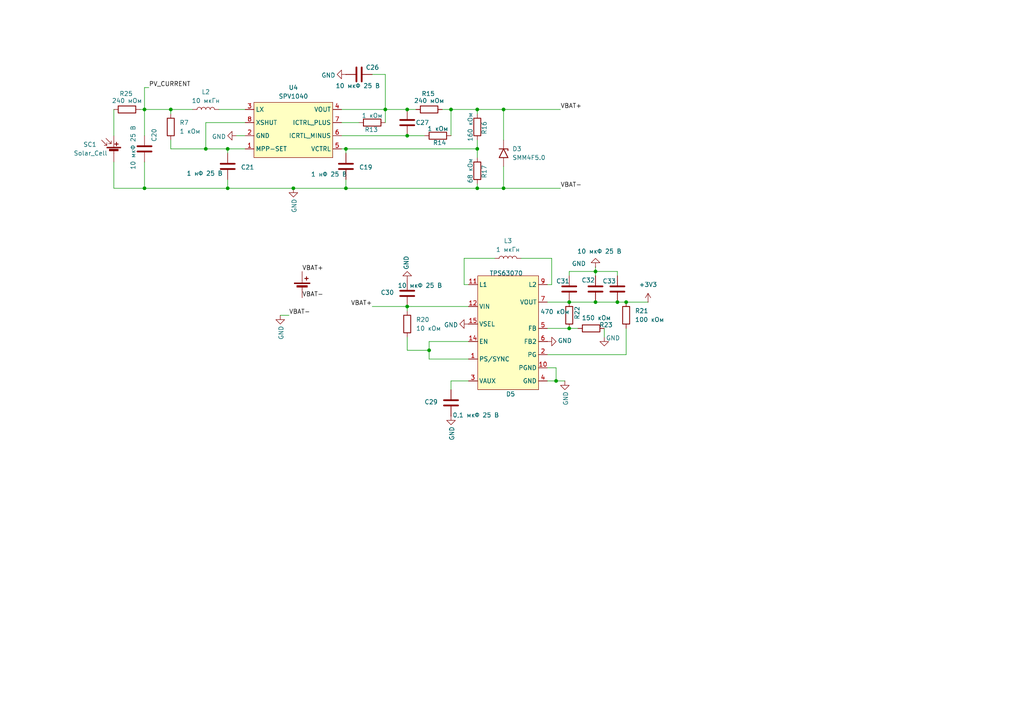
<source format=kicad_sch>
(kicad_sch (version 20250114) (generator "eeschema") (generator_version "9.0")
  (paper "A4")
  (lib_symbols
    (symbol "Device:Battery_Cell" (pin_numbers (hide yes)) (pin_names (offset 0) (hide yes))
      (property "Reference" "BT" (at 2.54 2.54 0))
      (property "Value" "Battery_Cell" (at 2.54 0 0))
      (symbol "Battery_Cell_0_1"
        (rectangle (start -2.286 1.778) (end 2.286 1.524) (fill (type outline)))
        (rectangle (start -1.524 1.016) (end 1.524 0.508) (fill (type outline)))
        (polyline (pts (xy 0 1.778) (xy 0 2.54)))
        (polyline (pts (xy 0 0.762) (xy 0 0)))
        (polyline (pts (xy 0.762 3.048) (xy 1.778 3.048)) (stroke (width 0.254)))
        (polyline (pts (xy 1.27 3.556) (xy 1.27 2.54)) (stroke (width 0.254)))
      )
      (symbol "Battery_Cell_1_1"
        (pin passive line (at 0 5.08 270) (length 2.54) (name "+") (number "1"))
        (pin passive line (at 0 -2.54 90) (length 2.54) (name "-") (number "2"))
      )
    )
    (symbol "Device:C" (pin_numbers (hide yes)) (pin_names (offset 0.254))
      (property "Reference" "C" (at 0.635 2.54 0))
      (property "Value" "C" (at 0.635 -2.54 0))
      (symbol "C_0_1"
        (polyline (pts (xy -2.032 0.762) (xy 2.032 0.762)) (stroke (width 0.508)))
        (polyline (pts (xy -2.032 -0.762) (xy 2.032 -0.762)) (stroke (width 0.508)))
      )
      (symbol "C_1_1"
        (pin passive line (at 0 3.81 270) (length 2.794) (name "~") (number "1"))
        (pin passive line (at 0 -3.81 90) (length 2.794) (name "~") (number "2"))
      )
    )
    (symbol "Device:L" (pin_numbers (hide yes)) (pin_names (offset 1.016) (hide yes))
      (property "Reference" "L" (at -1.27 0 90))
      (property "Value" "L" (at 1.905 0 90))
      (symbol "L_0_1"
        (arc (start 0 2.54) (mid 0.6323 1.905) (end 0 1.27))
        (arc (start 0 1.27) (mid 0.6323 0.635) (end 0 0))
        (arc (start 0 0) (mid 0.6323 -0.635) (end 0 -1.27))
        (arc (start 0 -1.27) (mid 0.6323 -1.905) (end 0 -2.54))
      )
      (symbol "L_1_1"
        (pin passive line (at 0 3.81 270) (length 1.27) (name "1") (number "1"))
        (pin passive line (at 0 -3.81 90) (length 1.27) (name "2") (number "2"))
      )
    )
    (symbol "Device:R" (pin_numbers (hide yes)) (pin_names (offset 0))
      (property "Reference" "R" (at 2.032 0 90))
      (property "Value" "R" (at 0 0 90))
      (symbol "R_0_1"
        (rectangle (start -1.016 -2.54) (end 1.016 2.54) (stroke (width 0.254)))
      )
      (symbol "R_1_1"
        (pin passive line (at 0 3.81 270) (length 1.27) (name "~") (number "1"))
        (pin passive line (at 0 -3.81 90) (length 1.27) (name "~") (number "2"))
      )
    )
    (symbol "Device:Solar_Cell" (pin_numbers (hide yes)) (pin_names (offset 0) (hide yes))
      (property "Reference" "SC" (at 2.54 2.54 0))
      (property "Value" "Solar_Cell" (at 2.54 0 0))
      (symbol "Solar_Cell_0_1"
        (polyline (pts (xy -2.032 3.048) (xy -2.032 2.286) (xy -2.794 2.286)))
        (polyline (pts (xy -2.032 2.286) (xy -3.556 3.81)))
        (rectangle (start -2.032 1.778) (end 2.032 1.524) (fill (type outline)))
        (rectangle (start -1.3208 1.1938) (end 1.27 0.6858) (fill (type outline)))
        (polyline (pts (xy -0.762 3.556) (xy -0.762 2.794) (xy -1.524 2.794)))
        (polyline (pts (xy -0.762 2.794) (xy -2.286 4.318)))
        (polyline (pts (xy 0 1.778) (xy 0 2.54)))
        (polyline (pts (xy 0 0.762) (xy 0 0)))
        (polyline (pts (xy 0.254 2.667) (xy 1.27 2.667)) (stroke (width 0.254)))
        (polyline (pts (xy 0.762 3.175) (xy 0.762 2.159)) (stroke (width 0.254)))
      )
      (symbol "Solar_Cell_1_1"
        (pin passive line (at 0 5.08 270) (length 2.54) (name "+") (number "1"))
        (pin passive line (at 0 -2.54 90) (length 2.54) (name "-") (number "2"))
      )
    )
    (symbol "Diode:SM6T12A" (pin_numbers (hide yes)) (pin_names (offset 1.016) (hide yes))
      (property "Reference" "D" (at 0 2.54 0))
      (property "Value" "SM6T12A" (at 0 -2.54 0))
      (symbol "SM6T12A_0_1"
        (polyline (pts (xy -0.762 1.27) (xy -1.27 1.27) (xy -1.27 -1.27)) (stroke (width 0.254)))
        (polyline (pts (xy 1.27 1.27) (xy 1.27 -1.27) (xy -1.27 0) (xy 1.27 1.27)) (stroke (width 0.254)))
      )
      (symbol "SM6T12A_1_1"
        (pin passive line (at -3.81 0 0) (length 2.54) (name "A1") (number "1"))
        (pin passive line (at 3.81 0 180) (length 2.54) (name "A2") (number "2"))
      )
    )
    (symbol "Diplom:SPV1040"
      (property "Reference" "U" (at -1.016 -10.414 0))
      (property "Value" "SPV1040" (at -0.508 8.128 0))
      (symbol "SPV1040_1_1"
        (rectangle (start -11.43 7.1437) (end 11.43 -8.8899) (fill (type color) (color 255 255 194 1)))
        (pin input line (at -13.97 5.08 0) (length 2.54) (name "LX") (number "3"))
        (pin input line (at -13.97 1.27 0) (length 2.54) (name "XSHUT") (number "8"))
        (pin power_in line (at -13.97 -2.54 0) (length 2.54) (name "GND") (number "2"))
        (pin input line (at -13.97 -6.35 0) (length 2.54) (name "MPP-SET") (number "1"))
        (pin output line (at 13.97 5.08 180) (length 2.54) (name "VOUT") (number "4"))
        (pin input line (at 13.97 1.27 180) (length 2.54) (name "ICTRL_PLUS") (number "7"))
        (pin input line (at 13.97 -2.54 180) (length 2.54) (name "ICRTL_MINUS") (number "6"))
        (pin input line (at 13.97 -6.35 180) (length 2.54) (name "VCTRL") (number "5"))
      )
    )
    (symbol "Diplom:TPS63070"
      (property "Reference" "D" (at 0 -17.78 0))
      (property "Value" "TPS63070" (at -0.254 14.986 0))
      (symbol "TPS63070_1_1"
        (rectangle (start -8.7312 16.51) (end 8.89 -16.51) (fill (type color) (color 255 255 194 1)))
        (pin input line (at -11.43 13.97 0) (length 2.54) (name "L1") (number "11"))
        (pin input line (at -11.43 7.62 0) (length 2.54) (name "VIN") (number "12"))
        (pin input line (at -11.43 7.62 0) (length 2.54) (hide yes) (name "VIN") (number "13"))
        (pin output line (at -11.43 2.54 0) (length 2.54) (name "VSEL") (number "15"))
        (pin input line (at -11.43 -2.54 0) (length 2.54) (name "EN") (number "14"))
        (pin input line (at -11.43 -7.62 0) (length 2.54) (name "PS/SYNC") (number "1"))
        (pin output line (at -11.43 -13.97 0) (length 2.54) (name "VAUX") (number "3"))
        (pin input line (at 11.43 13.97 180) (length 2.54) (name "L2") (number "9"))
        (pin output line (at 11.43 8.89 180) (length 2.54) (name "VOUT") (number "7"))
        (pin output line (at 11.43 8.89 180) (length 2.54) (hide yes) (name "VOUT") (number "8"))
        (pin input line (at 11.43 1.27 180) (length 2.54) (name "FB") (number "5"))
        (pin output line (at 11.43 -2.54 180) (length 2.54) (name "FB2") (number "6"))
        (pin input line (at 11.43 -6.35 180) (length 2.54) (name "PG") (number "2"))
        (pin power_in line (at 11.43 -10.16 180) (length 2.54) (name "PGND") (number "10"))
        (pin power_in line (at 11.43 -13.97 180) (length 2.54) (name "GND") (number "4"))
      )
    )
    (symbol "power:+3V3" (power) (pin_numbers (hide yes)) (pin_names (offset 0) (hide yes))
      (property "Value" "+3V3" (at 0 3.556 0))
      (symbol "+3V3_0_1"
        (polyline (pts (xy -0.762 1.27) (xy 0 2.54)))
        (polyline (pts (xy 0 2.54) (xy 0.762 1.27)))
        (polyline (pts (xy 0 0) (xy 0 2.54)))
      )
      (symbol "+3V3_1_1"
        (pin power_in line (at 0 0 90) (length 0) (name "~") (number "1"))
      )
    )
    (symbol "power:GND" (power) (pin_numbers (hide yes)) (pin_names (offset 0) (hide yes))
      (property "Value" "GND" (at 0 -3.81 0))
      (symbol "GND_0_1"
        (polyline (pts (xy 0 0) (xy 0 -1.27) (xy 1.27 -1.27) (xy 0 -2.54) (xy -1.27 -1.27) (xy 0 -1.27)))
      )
      (symbol "GND_1_1"
        (pin power_in line (at 0 0 270) (length 0) (name "~") (number "1"))
      )
    )
  )
  (junction (at 130.81 31.75))
  (junction (at 85.09 54.61))
  (junction (at 165.1 87.63))
  (junction (at 100.33 43.18))
  (junction (at 118.11 88.9))
  (junction (at 138.43 54.61))
  (junction (at 124.46 101.6))
  (junction (at 66.04 43.18))
  (junction (at 41.91 54.61))
  (junction (at 161.29 110.49))
  (junction (at 172.72 87.63))
  (junction (at 49.53 31.75))
  (junction (at 66.04 54.61))
  (junction (at 179.07 87.63))
  (junction (at 59.69 43.18))
  (junction (at 172.72 78.74))
  (junction (at 138.43 43.18))
  (junction (at 138.43 31.75))
  (junction (at 100.33 54.61))
  (junction (at 146.05 31.75))
  (junction (at 111.76 31.75))
  (junction (at 165.1 95.25))
  (junction (at 41.91 31.75))
  (junction (at 118.11 31.75))
  (junction (at 146.05 54.61))
  (junction (at 118.11 39.37))
  (junction (at 181.61 87.63))
  (wire (pts (xy 71.12 35.56) (xy 59.69 35.56)))
  (wire (pts (xy 41.91 54.61) (xy 66.04 54.61)))
  (wire (pts (xy 162.56 54.61) (xy 146.05 54.61)))
  (wire (pts (xy 158.75 110.49) (xy 161.29 110.49)))
  (wire (pts (xy 160.02 74.93) (xy 160.02 82.55)))
  (wire (pts (xy 181.61 102.87) (xy 181.61 95.25)))
  (wire (pts (xy 41.91 25.4) (xy 41.91 31.75)))
  (wire (pts (xy 55.88 31.75) (xy 49.53 31.75)))
  (wire (pts (xy 165.1 95.25) (xy 167.64 95.25)))
  (wire (pts (xy 118.11 39.37) (xy 123.19 39.37)))
  (wire (pts (xy 107.95 21.59) (xy 111.76 21.59)))
  (wire (pts (xy 33.02 31.75) (xy 33.02 39.37)))
  (wire (pts (xy 179.07 87.63) (xy 181.61 87.63)))
  (wire (pts (xy 118.11 88.9) (xy 118.11 90.17)))
  (wire (pts (xy 165.1 78.74) (xy 172.72 78.74)))
  (wire (pts (xy 130.81 31.75) (xy 138.43 31.75)))
  (wire (pts (xy 41.91 46.99) (xy 41.91 54.61)))
  (wire (pts (xy 138.43 53.34) (xy 138.43 54.61)))
  (wire (pts (xy 111.76 31.75) (xy 111.76 35.56)))
  (wire (pts (xy 49.53 31.75) (xy 49.53 33.02)))
  (wire (pts (xy 172.72 77.47) (xy 172.72 78.74)))
  (wire (pts (xy 49.53 43.18) (xy 49.53 40.64)))
  (wire (pts (xy 59.69 35.56) (xy 59.69 43.18)))
  (wire (pts (xy 160.02 82.55) (xy 158.75 82.55)))
  (wire (pts (xy 66.04 52.07) (xy 66.04 54.61)))
  (wire (pts (xy 138.43 33.02) (xy 138.43 31.75)))
  (wire (pts (xy 146.05 54.61) (xy 138.43 54.61)))
  (wire (pts (xy 99.06 35.56) (xy 104.14 35.56)))
  (wire (pts (xy 179.07 80.01) (xy 179.07 78.74)))
  (wire (pts (xy 181.61 87.63) (xy 187.96 87.63)))
  (wire (pts (xy 66.04 54.61) (xy 85.09 54.61)))
  (wire (pts (xy 158.75 95.25) (xy 165.1 95.25)))
  (wire (pts (xy 146.05 40.64) (xy 146.05 31.75)))
  (wire (pts (xy 151.13 74.93) (xy 160.02 74.93)))
  (wire (pts (xy 158.75 102.87) (xy 181.61 102.87)))
  (wire (pts (xy 41.91 31.75) (xy 41.91 39.37)))
  (wire (pts (xy 99.06 31.75) (xy 111.76 31.75)))
  (wire (pts (xy 59.69 43.18) (xy 49.53 43.18)))
  (wire (pts (xy 143.51 74.93) (xy 134.62 74.93)))
  (wire (pts (xy 135.89 104.14) (xy 124.46 104.14)))
  (wire (pts (xy 111.76 31.75) (xy 118.11 31.75)))
  (wire (pts (xy 66.04 43.18) (xy 66.04 44.45)))
  (wire (pts (xy 71.12 43.18) (xy 66.04 43.18)))
  (wire (pts (xy 130.81 39.37) (xy 130.81 31.75)))
  (wire (pts (xy 66.04 43.18) (xy 59.69 43.18)))
  (wire (pts (xy 135.89 110.49) (xy 130.81 110.49)))
  (wire (pts (xy 161.29 110.49) (xy 163.83 110.49)))
  (wire (pts (xy 124.46 104.14) (xy 124.46 101.6)))
  (wire (pts (xy 158.75 87.63) (xy 165.1 87.63)))
  (wire (pts (xy 40.64 31.75) (xy 41.91 31.75)))
  (wire (pts (xy 118.11 31.75) (xy 120.65 31.75)))
  (wire (pts (xy 100.33 54.61) (xy 138.43 54.61)))
  (wire (pts (xy 130.81 110.49) (xy 130.81 113.03)))
  (wire (pts (xy 33.02 54.61) (xy 41.91 54.61)))
  (wire (pts (xy 118.11 88.9) (xy 135.89 88.9)))
  (wire (pts (xy 71.12 31.75) (xy 63.5 31.75)))
  (wire (pts (xy 128.27 31.75) (xy 130.81 31.75)))
  (wire (pts (xy 100.33 43.18) (xy 100.33 44.45)))
  (wire (pts (xy 124.46 99.06) (xy 135.89 99.06)))
  (wire (pts (xy 99.06 39.37) (xy 118.11 39.37)))
  (wire (pts (xy 172.72 87.63) (xy 179.07 87.63)))
  (wire (pts (xy 134.62 82.55) (xy 135.89 82.55)))
  (wire (pts (xy 118.11 101.6) (xy 124.46 101.6)))
  (wire (pts (xy 172.72 78.74) (xy 172.72 80.01)))
  (wire (pts (xy 33.02 46.99) (xy 33.02 54.61)))
  (wire (pts (xy 107.95 88.9) (xy 118.11 88.9)))
  (wire (pts (xy 111.76 21.59) (xy 111.76 31.75)))
  (wire (pts (xy 158.75 106.68) (xy 161.29 106.68)))
  (wire (pts (xy 138.43 43.18) (xy 138.43 45.72)))
  (wire (pts (xy 161.29 106.68) (xy 161.29 110.49)))
  (wire (pts (xy 81.28 91.44) (xy 83.82 91.44)))
  (wire (pts (xy 175.26 95.25) (xy 175.26 97.79)))
  (wire (pts (xy 146.05 31.75) (xy 138.43 31.75)))
  (wire (pts (xy 172.72 78.74) (xy 179.07 78.74)))
  (wire (pts (xy 165.1 80.01) (xy 165.1 78.74)))
  (wire (pts (xy 43.18 25.4) (xy 41.91 25.4)))
  (wire (pts (xy 100.33 54.61) (xy 100.33 52.07)))
  (wire (pts (xy 124.46 101.6) (xy 124.46 99.06)))
  (wire (pts (xy 165.1 87.63) (xy 172.72 87.63)))
  (wire (pts (xy 146.05 48.26) (xy 146.05 54.61)))
  (wire (pts (xy 162.56 31.75) (xy 146.05 31.75)))
  (wire (pts (xy 118.11 97.79) (xy 118.11 101.6)))
  (wire (pts (xy 134.62 74.93) (xy 134.62 82.55)))
  (wire (pts (xy 85.09 54.61) (xy 100.33 54.61)))
  (wire (pts (xy 41.91 31.75) (xy 49.53 31.75)))
  (wire (pts (xy 138.43 40.64) (xy 138.43 43.18)))
  (wire (pts (xy 100.33 43.18) (xy 138.43 43.18)))
  (wire (pts (xy 99.06 43.18) (xy 100.33 43.18)))
  (wire (pts (xy 68.58 39.37) (xy 71.12 39.37)))
  (label "VBAT+" (at 162.56 31.75 0))
  (label "VBAT-" (at 83.82 91.44 0))
  (label "VBAT+" (at 87.63 78.74 0))
  (label "VBAT-" (at 87.63 86.36 0))
  (label "PV_CURRENT" (at 43.18 25.4 0))
  (label "VBAT-" (at 162.56 54.61 0))
  (label "VBAT+" (at 107.95 88.9 180))
  (symbol (lib_id "Device:R") (at 107.95 35.56 90) (unit 1)
    (property "Reference" "R13" (at 107.696 37.592 90))
    (property "Value" "1 кОм" (at 107.95 33.528 90))
    (property "Footprint" "Resistor_SMD:R_0603_1608Metric_Pad0.98x0.95mm_HandSolder" (effects (hide yes)))
    (property "Description" "Resistor" (effects (hide yes)))
  )
  (symbol (lib_id "power:GND") (at 172.72 77.47 180) (unit 1)
    (property "Reference" "#PWR050" (effects (hide yes)))
    (property "Value" "GND" (at 167.894 76.454 0))
    (property "Description" "Power symbol creates a global label with name \"GND\" , ground" (effects (hide yes)))
  )
  (symbol (lib_id "power:GND") (at 118.11 81.28 180) (unit 1)
    (property "Reference" "#PWR055" (effects (hide yes)))
    (property "Value" "GND" (at 117.856 76.2 90))
    (property "Description" "Power symbol creates a global label with name \"GND\" , ground" (effects (hide yes)))
  )
  (symbol (lib_id "Device:R") (at 118.11 93.98 0) (unit 1)
    (property "Reference" "R20" (at 120.65 92.7099 0) (effects (justify left)))
    (property "Value" "10 кОм" (at 120.65 95.2499 0) (effects (justify left)))
    (property "Footprint" "Resistor_SMD:R_0603_1608Metric_Pad0.98x0.95mm_HandSolder" (effects (hide yes)))
    (property "Description" "Resistor" (effects (hide yes)))
  )
  (symbol (lib_id "power:GND") (at 68.58 39.37 270) (unit 1)
    (property "Reference" "#PWR032" (effects (hide yes)))
    (property "Value" "GND" (at 63.5 39.624 90))
    (property "Description" "Power symbol creates a global label with name \"GND\" , ground" (effects (hide yes)))
  )
  (symbol (lib_id "Device:C") (at 66.04 48.26 0) (unit 1)
    (property "Reference" "C21" (at 69.85 48.514 0) (effects (justify left)))
    (property "Value" "1 нФ 25 В" (at 54.102 50.292 0) (effects (justify left)))
    (property "Footprint" "Capacitor_SMD:C_0603_1608Metric_Pad1.08x0.95mm_HandSolder" (effects (hide yes)))
    (property "Description" "Unpolarized capacitor" (effects (hide yes)))
  )
  (symbol (lib_id "Device:C") (at 172.72 83.82 0) (unit 1)
    (property "Reference" "C32" (at 168.656 81.28 0) (effects (justify left)))
    (property "Value" "10 мкФ 25 В" (at 167.386 72.898 0) (effects (justify left)))
    (property "Footprint" "Capacitor_SMD:C_0603_1608Metric_Pad1.08x0.95mm_HandSolder" (effects (hide yes)))
    (property "Description" "Unpolarized capacitor" (effects (hide yes)))
  )
  (symbol (lib_id "Device:R") (at 49.53 36.83 0) (unit 1)
    (property "Reference" "R7" (at 52.07 35.5599 0) (effects (justify left)))
    (property "Value" "1 кОм" (at 52.07 38.0999 0) (effects (justify left)))
    (property "Footprint" "Resistor_SMD:R_0603_1608Metric_Pad0.98x0.95mm_HandSolder" (effects (hide yes)))
    (property "Description" "Resistor" (effects (hide yes)))
  )
  (symbol (lib_id "power:GND") (at 85.09 54.61 0) (unit 1)
    (property "Reference" "#PWR047" (effects (hide yes)))
    (property "Value" "GND" (at 85.344 59.69 90))
    (property "Description" "Power symbol creates a global label with name \"GND\" , ground" (effects (hide yes)))
  )
  (symbol (lib_id "Device:L") (at 59.69 31.75 90) (unit 1)
    (property "Reference" "L2" (at 59.69 26.67 90))
    (property "Value" "10 мкГн" (at 59.69 29.21 90))
    (property "Footprint" "Inductor_SMD:L_Neosid_SMS-ME3015" (effects (hide yes)))
    (property "Description" "Inductor" (effects (hide yes)))
  )
  (symbol (lib_id "Device:R") (at 138.43 49.53 180) (unit 1)
    (property "Reference" "R17" (at 140.462 49.784 90))
    (property "Value" "68 кОм" (at 136.398 49.53 90))
    (property "Footprint" "Resistor_SMD:R_0603_1608Metric_Pad0.98x0.95mm_HandSolder" (effects (hide yes)))
    (property "Description" "Resistor" (effects (hide yes)))
  )
  (symbol (lib_id "power:GND") (at 81.28 91.44 0) (unit 1)
    (property "Reference" "#PWR049" (effects (hide yes)))
    (property "Value" "GND" (at 81.534 96.52 90))
    (property "Description" "Power symbol creates a global label with name \"GND\" , ground" (effects (hide yes)))
  )
  (symbol (lib_id "Device:C") (at 100.33 48.26 0) (unit 1)
    (property "Reference" "C19" (at 104.14 48.514 0) (effects (justify left)))
    (property "Value" "1 нФ 25 В" (at 90.17 50.546 0) (effects (justify left)))
    (property "Footprint" "Capacitor_SMD:C_0603_1608Metric_Pad1.08x0.95mm_HandSolder" (effects (hide yes)))
    (property "Description" "Unpolarized capacitor" (effects (hide yes)))
  )
  (symbol (lib_id "Device:C") (at 179.07 83.82 0) (unit 1)
    (property "Reference" "C33" (at 174.752 81.534 0) (effects (justify left)))
    (property "Value" "10 мкФ 25 В" (effects (hide yes)))
    (property "Footprint" "Capacitor_SMD:C_0603_1608Metric_Pad1.08x0.95mm_HandSolder" (effects (hide yes)))
    (property "Description" "Unpolarized capacitor" (effects (hide yes)))
  )
  (symbol (lib_id "Diode:SM6T12A") (at 146.05 44.45 270) (unit 1)
    (property "Reference" "D3" (at 148.59 43.1799 90) (effects (justify left)))
    (property "Value" "SMM4F5.0" (at 148.59 45.7199 90) (effects (justify left)))
    (property "Footprint" "Diode_SMD:D_SMB" (effects (hide yes)))
    (property "Datasheet" "https://www.st.com/resource/en/datasheet/sm6t.pdf" (effects (hide yes)))
    (property "Description" "600W unidirectional Transil Transient Voltage Suppressor, 12Vrwm, DO-214AA" (effects (hide yes)))
  )
  (symbol (lib_id "Device:R") (at 36.83 31.75 90) (unit 1)
    (property "Reference" "R25" (at 36.576 27.178 90))
    (property "Value" "240 мОм" (at 36.83 29.21 90))
    (property "Footprint" "Resistor_SMD:R_1206_3216Metric" (effects (hide yes)))
    (property "Description" "Resistor" (effects (hide yes)))
  )
  (symbol (lib_id "Device:R") (at 165.1 91.44 0) (unit 1)
    (property "Reference" "R22" (at 167.386 92.71 90) (effects (justify left)))
    (property "Value" "470 кОм" (at 156.718 90.424 0) (effects (justify left)))
    (property "Footprint" "Resistor_SMD:R_0603_1608Metric_Pad0.98x0.95mm_HandSolder" (effects (hide yes)))
    (property "Description" "Resistor" (effects (hide yes)))
  )
  (symbol (lib_id "Device:R") (at 127 39.37 90) (unit 1)
    (property "Reference" "R14" (at 127.508 41.402 90))
    (property "Value" "1 кОм" (at 127 37.338 90))
    (property "Footprint" "Resistor_SMD:R_0603_1608Metric_Pad0.98x0.95mm_HandSolder" (effects (hide yes)))
    (property "Description" "Resistor" (effects (hide yes)))
  )
  (symbol (lib_id "Device:C") (at 104.14 21.59 90) (unit 1)
    (property "Reference" "C26" (at 109.982 19.558 90) (effects (justify left)))
    (property "Value" "10 мкФ 25 В" (at 110.236 24.892 90) (effects (justify left)))
    (property "Footprint" "Capacitor_SMD:C_0603_1608Metric_Pad1.08x0.95mm_HandSolder" (effects (hide yes)))
    (property "Description" "Unpolarized capacitor" (effects (hide yes)))
  )
  (symbol (lib_id "Device:L") (at 147.32 74.93 90) (unit 1)
    (property "Reference" "L3" (at 147.32 69.85 90))
    (property "Value" "1 мкГн" (at 147.32 72.39 90))
    (property "Footprint" "Inductor_SMD_Wurth:L_Wurth_WE-LQSH-3012" (effects (hide yes)))
    (property "Description" "Inductor" (effects (hide yes)))
  )
  (symbol (lib_id "power:GND") (at 158.75 99.06 90) (unit 1)
    (property "Reference" "#PWR058" (effects (hide yes)))
    (property "Value" "GND" (at 163.83 98.806 90))
    (property "Description" "Power symbol creates a global label with name \"GND\" , ground" (effects (hide yes)))
  )
  (symbol (lib_id "Device:C") (at 118.11 85.09 180) (unit 1)
    (property "Reference" "C30" (at 114.3 84.836 0) (effects (justify left)))
    (property "Value" "10 мкФ 25 В" (at 128.27 82.804 0) (effects (justify left)))
    (property "Footprint" "Capacitor_SMD:C_0603_1608Metric_Pad1.08x0.95mm_HandSolder" (effects (hide yes)))
    (property "Description" "Unpolarized capacitor" (effects (hide yes)))
  )
  (symbol (lib_id "power:GND") (at 100.33 21.59 270) (unit 1)
    (property "Reference" "#PWR048" (effects (hide yes)))
    (property "Value" "GND" (at 95.25 21.844 90))
    (property "Description" "Power symbol creates a global label with name \"GND\" , ground" (effects (hide yes)))
  )
  (symbol (lib_id "Device:Battery_Cell") (at 87.63 83.82 0) (unit 1)
    (property "Reference" "BT1" (effects (hide yes)))
    (property "Value" "Battery_Cell" (effects (hide yes)))
    (property "Footprint" "Connector_Wire:SolderWire-0.75sqmm_1x02_P4.8mm_D1.25mm_OD2.3mm" (effects (hide yes)))
    (property "Description" "Single-cell battery" (effects (hide yes)))
  )
  (symbol (lib_id "Device:R") (at 124.46 31.75 90) (unit 1)
    (property "Reference" "R15" (at 124.206 27.178 90))
    (property "Value" "240 мОм" (at 124.46 29.21 90))
    (property "Footprint" "Resistor_SMD:R_1206_3216Metric" (effects (hide yes)))
    (property "Description" "Resistor" (effects (hide yes)))
  )
  (symbol (lib_id "power:GND") (at 135.89 93.98 270) (unit 1)
    (property "Reference" "#PWR054" (effects (hide yes)))
    (property "Value" "GND" (at 130.81 94.234 90))
    (property "Description" "Power symbol creates a global label with name \"GND\" , ground" (effects (hide yes)))
  )
  (symbol (lib_id "Device:C") (at 165.1 83.82 0) (unit 1)
    (property "Reference" "C31" (at 161.29 81.534 0) (effects (justify left)))
    (property "Value" "10 мкФ 25 В" (effects (hide yes)))
    (property "Footprint" "Capacitor_SMD:C_0603_1608Metric_Pad1.08x0.95mm_HandSolder" (effects (hide yes)))
    (property "Description" "Unpolarized capacitor" (effects (hide yes)))
  )
  (symbol (lib_id "Diplom:TPS63070") (at 147.32 96.52 0) (unit 1)
    (property "Reference" "D5" (at 148.082 114.3 0))
    (property "Value" "TPS63070" (at 146.812 79.248 0))
    (property "Footprint" "Diplom:VQFN-15_2.5x3_Pitch0.5mm" (effects (hide yes)))
    (property "Datasheet" "https://static.chipdip.ru/lib/796/DOC059796750.pdf" (effects (hide yes)))
    (property "Description" "2-V to 16-V Buck-Boost Converter With 3.6-A Switch Current" (effects (hide yes)))
  )
  (symbol (lib_id "power:GND") (at 175.26 97.79 0) (unit 1)
    (property "Reference" "#PWR059" (effects (hide yes)))
    (property "Value" "GND" (at 177.8 98.044 0))
    (property "Description" "Power symbol creates a global label with name \"GND\" , ground" (effects (hide yes)))
  )
  (symbol (lib_id "power:+3V3") (at 187.96 87.63 0) (unit 1)
    (property "Reference" "#PWR053" (effects (hide yes)))
    (property "Value" "+3V3" (at 187.96 82.55 0))
    (property "Description" "Power symbol creates a global label with name \"+3V3\"" (effects (hide yes)))
  )
  (symbol (lib_id "Device:C") (at 41.91 43.18 0) (unit 1)
    (property "Reference" "C20" (at 44.704 41.148 90) (effects (justify left)))
    (property "Value" "10 мкФ 25 В" (at 38.608 49.276 90) (effects (justify left)))
    (property "Footprint" "Capacitor_SMD:C_0603_1608Metric_Pad1.08x0.95mm_HandSolder" (effects (hide yes)))
    (property "Description" "Unpolarized capacitor" (effects (hide yes)))
  )
  (symbol (lib_id "Device:R") (at 171.45 95.25 270) (unit 1)
    (property "Reference" "R23" (at 175.768 94.234 90))
    (property "Value" "150 кОм" (at 172.974 92.202 90))
    (property "Footprint" "Resistor_SMD:R_0603_1608Metric_Pad0.98x0.95mm_HandSolder" (effects (hide yes)))
    (property "Description" "Resistor" (effects (hide yes)))
  )
  (symbol (lib_id "Device:R") (at 181.61 91.44 0) (unit 1)
    (property "Reference" "R21" (at 184.15 90.1699 0) (effects (justify left)))
    (property "Value" "100 кОм" (at 184.15 92.7099 0) (effects (justify left)))
    (property "Footprint" "Resistor_SMD:R_0603_1608Metric_Pad0.98x0.95mm_HandSolder" (effects (hide yes)))
    (property "Description" "Resistor" (effects (hide yes)))
  )
  (symbol (lib_id "Device:Solar_Cell") (at 33.02 44.45 0) (unit 1)
    (property "Reference" "SC1" (at 24.13 41.91 0) (effects (justify left)))
    (property "Value" "Solar_Cell" (at 21.336 44.45 0) (effects (justify left)))
    (property "Footprint" "Connector_Wire:SolderWire-0.75sqmm_1x02_P4.8mm_D1.25mm_OD2.3mm" (effects (hide yes)))
    (property "Description" "Single solar cell" (effects (hide yes)))
  )
  (symbol (lib_id "Device:C") (at 130.81 116.84 180) (unit 1)
    (property "Reference" "C29" (at 127 116.586 0) (effects (justify left)))
    (property "Value" "0,1 мкФ 25 В" (at 144.78 120.396 0) (effects (justify left)))
    (property "Footprint" "Capacitor_SMD:C_0603_1608Metric_Pad1.08x0.95mm_HandSolder" (effects (hide yes)))
    (property "Description" "Unpolarized capacitor" (effects (hide yes)))
  )
  (symbol (lib_id "Device:R") (at 138.43 36.83 180) (unit 1)
    (property "Reference" "R16" (at 140.462 37.084 90))
    (property "Value" "160 кОм" (at 136.398 36.83 90))
    (property "Footprint" "Resistor_SMD:R_0603_1608Metric_Pad0.98x0.95mm_HandSolder" (effects (hide yes)))
    (property "Description" "Resistor" (effects (hide yes)))
  )
  (symbol (lib_id "power:GND") (at 163.83 110.49 0) (unit 1)
    (property "Reference" "#PWR056" (effects (hide yes)))
    (property "Value" "GND" (at 164.084 115.57 90))
    (property "Description" "Power symbol creates a global label with name \"GND\" , ground" (effects (hide yes)))
  )
  (symbol (lib_id "Diplom:SPV1040") (at 85.09 36.83 0) (unit 1)
    (property "Reference" "U4" (at 85.09 25.4 0))
    (property "Value" "SPV1040" (at 85.09 27.94 0))
    (property "Footprint" "Package_SO:TSSOP-8_4.4x3mm_P0.65mm" (effects (hide yes)))
  )
  (symbol (lib_id "Device:C") (at 118.11 35.56 180) (unit 1)
    (property "Reference" "C27" (at 124.46 35.56 0) (effects (justify left)))
    (property "Value" "1 мкФ 25 В" (effects (hide yes)))
    (property "Footprint" "Capacitor_SMD:C_0603_1608Metric_Pad1.08x0.95mm_HandSolder" (effects (hide yes)))
    (property "Description" "Unpolarized capacitor" (effects (hide yes)))
  )
  (symbol (lib_id "power:GND") (at 130.81 120.65 0) (unit 1)
    (property "Reference" "#PWR051" (effects (hide yes)))
    (property "Value" "GND" (at 131.064 125.73 90))
    (property "Description" "Power symbol creates a global label with name \"GND\" , ground" (effects (hide yes)))
  )
)
</source>
